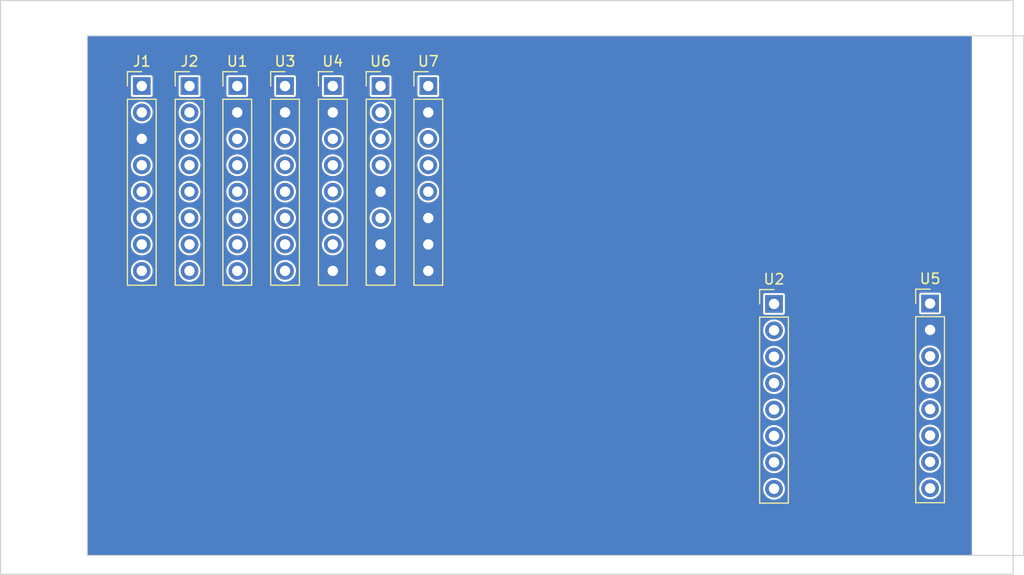
<source format=kicad_pcb>
(kicad_pcb (version 20241229) (generator "pcbnew") (generator_version "9.0")
  (layers (0 "F.Cu" signal) (2 "B.Cu" signal) (13 "F.Paste" user) (15 "B.Paste" user) (5 "F.SilkS" user "F.Silkscreen") (7 "B.SilkS" user "B.Silkscreen") (1 "F.Mask" user) (3 "B.Mask" user) (25 "Edge.Cuts" user))
  (net 0 "")
  (net 1 "+5V_SYS")
  (net 2 "+3V3_IO")
  (net 3 "GND")
  (net 4 "GPS_RX")
  (net 5 "I2C_SCL")
  (net 6 "I2C_SDA")
  (net 7 "SPI_SCK")
  (net 8 "SPI_MOSI")
  (net 9 "SPI_MISO")
  (net 10 "GPS_TX")
  (net 11 "FZ_GPIO1")
  (net 12 "FZ_GPIO2")
  (net 13 "FZ_GPIO3")
  (net 14 "FZ_GPIO4")
  (net 15 "FZ_GPIO5")
  (net 16 "EN")
  (net 17 "NRF24_IRQ")
  (net 18 "KBD_RST")
  (net 19 "KBD_INT")
  (net 20 "+3V3_RF")
  (net 21 "LORA_BUSY")
  (net 22 "LORA_DIO1")
  (net 23 "LORA_CS")
  (net 24 "CC1101_CS")
  (net 25 "CC1101_GDO0")
  (net 26 "NRF24_CS")
  (net 27 "NRF24_CE")
  (net 28 "+3V3_KBD")
  (net 29 "GPS_PPS")
  (footprint "Connector_PinHeader_2.54mm:PinHeader_1x08_P2.54mm_Vertical" (layer "F.Cu") (at 111 90.8)
    (property "Reference" "U2" (at 0 -2.38 0) (layer "F.SilkS"))
    (property "Value" "DRV2605LDGS")
    (fp_line (start -1.38 -1.38) (end 0 -1.38) (stroke (width 0.12)) (layer "F.SilkS"))
    (fp_line (start -1.38 0) (end -1.38 -1.38) (stroke (width 0.12)) (layer "F.SilkS"))
    (fp_line (start -1.38 1.27) (end -1.38 19.16) (stroke (width 0.12)) (layer "F.SilkS"))
    (fp_line (start -1.38 1.27) (end 1.38 1.27) (stroke (width 0.12)) (layer "F.SilkS"))
    (fp_line (start -1.38 19.16) (end 1.38 19.16) (stroke (width 0.12)) (layer "F.SilkS"))
    (fp_line (start 1.38 1.27) (end 1.38 19.16) (stroke (width 0.12)) (layer "F.SilkS"))
    (pad "1" thru_hole rect (at 0 0) (size 1.7 1.7) (drill 1) (layers "*.Cu" "*.Mask") (net 17 "NRF24_IRQ"))
    (pad "2" thru_hole circle (at 0 2.54) (size 1.7 1.7) (drill 1) (layers "*.Cu" "*.Mask") (net 18 "KBD_RST"))
    (pad "3" thru_hole circle (at 0 5.08) (size 1.7 1.7) (drill 1) (layers "*.Cu" "*.Mask") (net 19 "KBD_INT"))
    (pad "4" thru_hole circle (at 0 7.62) (size 1.7 1.7) (drill 1) (layers "*.Cu" "*.Mask") (net 11 "FZ_GPIO1"))
    (pad "5" thru_hole circle (at 0 10.16) (size 1.7 1.7) (drill 1) (layers "*.Cu" "*.Mask") (net 12 "FZ_GPIO2"))
    (pad "6" thru_hole circle (at 0 12.7) (size 1.7 1.7) (drill 1) (layers "*.Cu" "*.Mask") (net 13 "FZ_GPIO3"))
    (pad "7" thru_hole circle (at 0 15.24) (size 1.7 1.7) (drill 1) (layers "*.Cu" "*.Mask") (net 14 "FZ_GPIO4"))
    (pad "8" thru_hole circle (at 0 17.78) (size 1.7 1.7) (drill 1) (layers "*.Cu" "*.Mask") (net 15 "FZ_GPIO5"))
  )
  (footprint "Connector_PinHeader_2.54mm:PinHeader_1x08_P2.54mm_Vertical" (layer "F.Cu") (at 59.41 69.84)
    (property "Reference" "U1" (at 0 -2.38 0) (layer "F.SilkS"))
    (property "Value" "Conn_01x05")
    (fp_line (start -1.38 -1.38) (end 0 -1.38) (stroke (width 0.12)) (layer "F.SilkS"))
    (fp_line (start -1.38 0) (end -1.38 -1.38) (stroke (width 0.12)) (layer "F.SilkS"))
    (fp_line (start -1.38 1.27) (end -1.38 19.16) (stroke (width 0.12)) (layer "F.SilkS"))
    (fp_line (start -1.38 1.27) (end 1.38 1.27) (stroke (width 0.12)) (layer "F.SilkS"))
    (fp_line (start -1.38 19.16) (end 1.38 19.16) (stroke (width 0.12)) (layer "F.SilkS"))
    (fp_line (start 1.38 1.27) (end 1.38 19.16) (stroke (width 0.12)) (layer "F.SilkS"))
    (pad "1" thru_hole rect (at 0 0) (size 1.7 1.7) (drill 1) (layers "*.Cu" "*.Mask") (net 1 "+5V_SYS"))
    (pad "2" thru_hole circle (at 0 2.54) (size 1.7 1.7) (drill 1) (layers "*.Cu" "*.Mask") (net 3 "GND"))
    (pad "3" thru_hole circle (at 0 5.08) (size 1.7 1.7) (drill 1) (layers "*.Cu" "*.Mask") (net 16 "EN"))
    (pad "4" thru_hole circle (at 0 7.62) (size 1.7 1.7) (drill 1) (layers "*.Cu" "*.Mask") (net 7 "SPI_SCK"))
    (pad "5" thru_hole circle (at 0 10.16) (size 1.7 1.7) (drill 1) (layers "*.Cu" "*.Mask") (net 8 "SPI_MOSI"))
    (pad "6" thru_hole circle (at 0 12.7) (size 1.7 1.7) (drill 1) (layers "*.Cu" "*.Mask"))
    (pad "7" thru_hole circle (at 0 15.24) (size 1.7 1.7) (drill 1) (layers "*.Cu" "*.Mask"))
    (pad "8" thru_hole circle (at 0 17.78) (size 1.7 1.7) (drill 1) (layers "*.Cu" "*.Mask"))
  )
  (footprint "Connector_PinHeader_2.54mm:PinHeader_1x08_P2.54mm_Vertical" (layer "F.Cu") (at 77.77 69.84)
    (property "Reference" "U7" (at 0 -2.38 0) (layer "F.SilkS"))
    (property "Value" "Conn_01x08_Shielded")
    (fp_line (start -1.38 -1.38) (end 0 -1.38) (stroke (width 0.12)) (layer "F.SilkS"))
    (fp_line (start -1.38 0) (end -1.38 -1.38) (stroke (width 0.12)) (layer "F.SilkS"))
    (fp_line (start -1.38 1.27) (end -1.38 19.16) (stroke (width 0.12)) (layer "F.SilkS"))
    (fp_line (start -1.38 1.27) (end 1.38 1.27) (stroke (width 0.12)) (layer "F.SilkS"))
    (fp_line (start -1.38 19.16) (end 1.38 19.16) (stroke (width 0.12)) (layer "F.SilkS"))
    (fp_line (start 1.38 1.27) (end 1.38 19.16) (stroke (width 0.12)) (layer "F.SilkS"))
    (pad "1" thru_hole rect (at 0 0) (size 1.7 1.7) (drill 1) (layers "*.Cu" "*.Mask") (net 2 "+3V3_IO"))
    (pad "2" thru_hole circle (at 0 2.54) (size 1.7 1.7) (drill 1) (layers "*.Cu" "*.Mask") (net 3 "GND"))
    (pad "3" thru_hole circle (at 0 5.08) (size 1.7 1.7) (drill 1) (layers "*.Cu" "*.Mask") (net 4 "GPS_RX"))
    (pad "4" thru_hole circle (at 0 7.62) (size 1.7 1.7) (drill 1) (layers "*.Cu" "*.Mask") (net 10 "GPS_TX"))
    (pad "5" thru_hole circle (at 0 10.16) (size 1.7 1.7) (drill 1) (layers "*.Cu" "*.Mask") (net 29 "GPS_PPS"))
    (pad "6" thru_hole circle (at 0 12.7) (size 1.7 1.7) (drill 1) (layers "*.Cu" "*.Mask") (net 3 "GND"))
    (pad "7" thru_hole circle (at 0 15.24) (size 1.7 1.7) (drill 1) (layers "*.Cu" "*.Mask") (net 3 "GND"))
    (pad "8" thru_hole circle (at 0 17.78) (size 1.7 1.7) (drill 1) (layers "*.Cu" "*.Mask") (net 3 "GND"))
  )
  (footprint "Connector_PinHeader_2.54mm:PinHeader_1x08_P2.54mm_Vertical" (layer "F.Cu") (at 64 69.84)
    (property "Reference" "U3" (at 0 -2.38 0) (layer "F.SilkS"))
    (property "Value" "PAL24")
    (fp_line (start -1.38 -1.38) (end 0 -1.38) (stroke (width 0.12)) (layer "F.SilkS"))
    (fp_line (start -1.38 0) (end -1.38 -1.38) (stroke (width 0.12)) (layer "F.SilkS"))
    (fp_line (start -1.38 1.27) (end -1.38 19.16) (stroke (width 0.12)) (layer "F.SilkS"))
    (fp_line (start -1.38 1.27) (end 1.38 1.27) (stroke (width 0.12)) (layer "F.SilkS"))
    (fp_line (start -1.38 19.16) (end 1.38 19.16) (stroke (width 0.12)) (layer "F.SilkS"))
    (fp_line (start 1.38 1.27) (end 1.38 19.16) (stroke (width 0.12)) (layer "F.SilkS"))
    (pad "1" thru_hole rect (at 0 0) (size 1.7 1.7) (drill 1) (layers "*.Cu" "*.Mask") (net 20 "+3V3_RF"))
    (pad "2" thru_hole circle (at 0 2.54) (size 1.7 1.7) (drill 1) (layers "*.Cu" "*.Mask") (net 3 "GND"))
    (pad "3" thru_hole circle (at 0 5.08) (size 1.7 1.7) (drill 1) (layers "*.Cu" "*.Mask") (net 16 "EN"))
    (pad "4" thru_hole circle (at 0 7.62) (size 1.7 1.7) (drill 1) (layers "*.Cu" "*.Mask") (net 21 "LORA_BUSY"))
    (pad "5" thru_hole circle (at 0 10.16) (size 1.7 1.7) (drill 1) (layers "*.Cu" "*.Mask") (net 22 "LORA_DIO1"))
    (pad "6" thru_hole circle (at 0 12.7) (size 1.7 1.7) (drill 1) (layers "*.Cu" "*.Mask") (net 23 "LORA_CS"))
    (pad "7" thru_hole circle (at 0 15.24) (size 1.7 1.7) (drill 1) (layers "*.Cu" "*.Mask") (net 7 "SPI_SCK"))
    (pad "8" thru_hole circle (at 0 17.78) (size 1.7 1.7) (drill 1) (layers "*.Cu" "*.Mask") (net 8 "SPI_MOSI"))
  )
  (footprint "Connector_PinHeader_2.54mm:PinHeader_1x08_P2.54mm_Vertical" (layer "F.Cu") (at 73.18 69.84)
    (property "Reference" "U6" (at 0 -2.38 0) (layer "F.SilkS"))
    (property "Value" "Conn_02x04_Odd_Even_Shielded")
    (fp_line (start -1.38 -1.38) (end 0 -1.38) (stroke (width 0.12)) (layer "F.SilkS"))
    (fp_line (start -1.38 0) (end -1.38 -1.38) (stroke (width 0.12)) (layer "F.SilkS"))
    (fp_line (start -1.38 1.27) (end -1.38 19.16) (stroke (width 0.12)) (layer "F.SilkS"))
    (fp_line (start -1.38 1.27) (end 1.38 1.27) (stroke (width 0.12)) (layer "F.SilkS"))
    (fp_line (start -1.38 19.16) (end 1.38 19.16) (stroke (width 0.12)) (layer "F.SilkS"))
    (fp_line (start 1.38 1.27) (end 1.38 19.16) (stroke (width 0.12)) (layer "F.SilkS"))
    (pad "1" thru_hole rect (at 0 0) (size 1.7 1.7) (drill 1) (layers "*.Cu" "*.Mask") (net 19 "KBD_INT"))
    (pad "2" thru_hole circle (at 0 2.54) (size 1.7 1.7) (drill 1) (layers "*.Cu" "*.Mask") (net 5 "I2C_SCL"))
    (pad "3" thru_hole circle (at 0 5.08) (size 1.7 1.7) (drill 1) (layers "*.Cu" "*.Mask") (net 6 "I2C_SDA"))
    (pad "4" thru_hole circle (at 0 7.62) (size 1.7 1.7) (drill 1) (layers "*.Cu" "*.Mask") (net 18 "KBD_RST"))
    (pad "5" thru_hole circle (at 0 10.16) (size 1.7 1.7) (drill 1) (layers "*.Cu" "*.Mask") (net 3 "GND"))
    (pad "6" thru_hole circle (at 0 12.7) (size 1.7 1.7) (drill 1) (layers "*.Cu" "*.Mask") (net 28 "+3V3_KBD"))
    (pad "7" thru_hole circle (at 0 15.24) (size 1.7 1.7) (drill 1) (layers "*.Cu" "*.Mask") (net 3 "GND"))
    (pad "8" thru_hole circle (at 0 17.78) (size 1.7 1.7) (drill 1) (layers "*.Cu" "*.Mask") (net 3 "GND"))
  )
  (footprint "Connector_PinHeader_2.54mm:PinHeader_1x08_P2.54mm_Vertical" (layer "F.Cu") (at 50.23 69.84)
    (property "Reference" "J1" (at 0 -2.38 0) (layer "F.SilkS"))
    (property "Value" "Conn_02x09_Odd_Even")
    (fp_line (start -1.38 -1.38) (end 0 -1.38) (stroke (width 0.12)) (layer "F.SilkS"))
    (fp_line (start -1.38 0) (end -1.38 -1.38) (stroke (width 0.12)) (layer "F.SilkS"))
    (fp_line (start -1.38 1.27) (end -1.38 19.16) (stroke (width 0.12)) (layer "F.SilkS"))
    (fp_line (start -1.38 1.27) (end 1.38 1.27) (stroke (width 0.12)) (layer "F.SilkS"))
    (fp_line (start -1.38 19.16) (end 1.38 19.16) (stroke (width 0.12)) (layer "F.SilkS"))
    (fp_line (start 1.38 1.27) (end 1.38 19.16) (stroke (width 0.12)) (layer "F.SilkS"))
    (pad "1" thru_hole rect (at 0 0) (size 1.7 1.7) (drill 1) (layers "*.Cu" "*.Mask") (net 1 "+5V_SYS"))
    (pad "2" thru_hole circle (at 0 2.54) (size 1.7 1.7) (drill 1) (layers "*.Cu" "*.Mask") (net 2 "+3V3_IO"))
    (pad "3" thru_hole circle (at 0 5.08) (size 1.7 1.7) (drill 1) (layers "*.Cu" "*.Mask") (net 3 "GND"))
    (pad "4" thru_hole circle (at 0 7.62) (size 1.7 1.7) (drill 1) (layers "*.Cu" "*.Mask") (net 4 "GPS_RX"))
    (pad "5" thru_hole circle (at 0 10.16) (size 1.7 1.7) (drill 1) (layers "*.Cu" "*.Mask") (net 5 "I2C_SCL"))
    (pad "6" thru_hole circle (at 0 12.7) (size 1.7 1.7) (drill 1) (layers "*.Cu" "*.Mask") (net 6 "I2C_SDA"))
    (pad "7" thru_hole circle (at 0 15.24) (size 1.7 1.7) (drill 1) (layers "*.Cu" "*.Mask") (net 7 "SPI_SCK"))
    (pad "8" thru_hole circle (at 0 17.78) (size 1.7 1.7) (drill 1) (layers "*.Cu" "*.Mask") (net 8 "SPI_MOSI"))
  )
  (footprint "Connector_PinHeader_2.54mm:PinHeader_1x08_P2.54mm_Vertical" (layer "F.Cu") (at 54.82 69.84)
    (property "Reference" "J2" (at 0 -2.38 0) (layer "F.SilkS"))
    (property "Value" "Conn_02x18_Odd_Even")
    (fp_line (start -1.38 -1.38) (end 0 -1.38) (stroke (width 0.12)) (layer "F.SilkS"))
    (fp_line (start -1.38 0) (end -1.38 -1.38) (stroke (width 0.12)) (layer "F.SilkS"))
    (fp_line (start -1.38 1.27) (end -1.38 19.16) (stroke (width 0.12)) (layer "F.SilkS"))
    (fp_line (start -1.38 1.27) (end 1.38 1.27) (stroke (width 0.12)) (layer "F.SilkS"))
    (fp_line (start -1.38 19.16) (end 1.38 19.16) (stroke (width 0.12)) (layer "F.SilkS"))
    (fp_line (start 1.38 1.27) (end 1.38 19.16) (stroke (width 0.12)) (layer "F.SilkS"))
    (pad "1" thru_hole rect (at 0 0) (size 1.7 1.7) (drill 1) (layers "*.Cu" "*.Mask") (net 9 "SPI_MISO"))
    (pad "2" thru_hole circle (at 0 2.54) (size 1.7 1.7) (drill 1) (layers "*.Cu" "*.Mask") (net 10 "GPS_TX"))
    (pad "3" thru_hole circle (at 0 5.08) (size 1.7 1.7) (drill 1) (layers "*.Cu" "*.Mask") (net 11 "FZ_GPIO1"))
    (pad "4" thru_hole circle (at 0 7.62) (size 1.7 1.7) (drill 1) (layers "*.Cu" "*.Mask") (net 12 "FZ_GPIO2"))
    (pad "5" thru_hole circle (at 0 10.16) (size 1.7 1.7) (drill 1) (layers "*.Cu" "*.Mask") (net 13 "FZ_GPIO3"))
    (pad "6" thru_hole circle (at 0 12.7) (size 1.7 1.7) (drill 1) (layers "*.Cu" "*.Mask") (net 14 "FZ_GPIO4"))
    (pad "7" thru_hole circle (at 0 15.24) (size 1.7 1.7) (drill 1) (layers "*.Cu" "*.Mask") (net 15 "FZ_GPIO5"))
    (pad "8" thru_hole circle (at 0 17.78) (size 1.7 1.7) (drill 1) (layers "*.Cu" "*.Mask") (net 16 "EN"))
  )
  (footprint "Connector_PinHeader_2.54mm:PinHeader_1x08_P2.54mm_Vertical" (layer "F.Cu") (at 68.59 69.84)
    (property "Reference" "U4" (at 0 -2.38 0) (layer "F.SilkS"))
    (property "Value" "Q_Triac")
    (fp_line (start -1.38 -1.38) (end 0 -1.38) (stroke (width 0.12)) (layer "F.SilkS"))
    (fp_line (start -1.38 0) (end -1.38 -1.38) (stroke (width 0.12)) (layer "F.SilkS"))
    (fp_line (start -1.38 1.27) (end -1.38 19.16) (stroke (width 0.12)) (layer "F.SilkS"))
    (fp_line (start -1.38 1.27) (end 1.38 1.27) (stroke (width 0.12)) (layer "F.SilkS"))
    (fp_line (start -1.38 19.16) (end 1.38 19.16) (stroke (width 0.12)) (layer "F.SilkS"))
    (fp_line (start 1.38 1.27) (end 1.38 19.16) (stroke (width 0.12)) (layer "F.SilkS"))
    (pad "1" thru_hole rect (at 0 0) (size 1.7 1.7) (drill 1) (layers "*.Cu" "*.Mask") (net 20 "+3V3_RF"))
    (pad "2" thru_hole circle (at 0 2.54) (size 1.7 1.7) (drill 1) (layers "*.Cu" "*.Mask") (net 3 "GND"))
    (pad "3" thru_hole circle (at 0 5.08) (size 1.7 1.7) (drill 1) (layers "*.Cu" "*.Mask") (net 24 "CC1101_CS"))
    (pad "4" thru_hole circle (at 0 7.62) (size 1.7 1.7) (drill 1) (layers "*.Cu" "*.Mask") (net 7 "SPI_SCK"))
    (pad "5" thru_hole circle (at 0 10.16) (size 1.7 1.7) (drill 1) (layers "*.Cu" "*.Mask") (net 8 "SPI_MOSI"))
    (pad "6" thru_hole circle (at 0 12.7) (size 1.7 1.7) (drill 1) (layers "*.Cu" "*.Mask") (net 9 "SPI_MISO"))
    (pad "7" thru_hole circle (at 0 15.24) (size 1.7 1.7) (drill 1) (layers "*.Cu" "*.Mask") (net 25 "CC1101_GDO0"))
    (pad "8" thru_hole circle (at 0 17.78) (size 1.7 1.7) (drill 1) (layers "*.Cu" "*.Mask") (net 3 "GND"))
  )
  (footprint "Connector_PinHeader_2.54mm:PinHeader_1x08_P2.54mm_Vertical" (layer "F.Cu") (at 126 90.76)
    (property "Reference" "U5" (at 0 -2.38 0) (layer "F.SilkS"))
    (property "Value" "SX1276")
    (fp_line (start -1.38 -1.38) (end 0 -1.38) (stroke (width 0.12)) (layer "F.SilkS"))
    (fp_line (start -1.38 0) (end -1.38 -1.38) (stroke (width 0.12)) (layer "F.SilkS"))
    (fp_line (start -1.38 1.27) (end -1.38 19.16) (stroke (width 0.12)) (layer "F.SilkS"))
    (fp_line (start -1.38 1.27) (end 1.38 1.27) (stroke (width 0.12)) (layer "F.SilkS"))
    (fp_line (start -1.38 19.16) (end 1.38 19.16) (stroke (width 0.12)) (layer "F.SilkS"))
    (fp_line (start 1.38 1.27) (end 1.38 19.16) (stroke (width 0.12)) (layer "F.SilkS"))
    (pad "1" thru_hole rect (at 0 0) (size 1.7 1.7) (drill 1) (layers "*.Cu" "*.Mask") (net 20 "+3V3_RF"))
    (pad "2" thru_hole circle (at 0 2.54) (size 1.7 1.7) (drill 1) (layers "*.Cu" "*.Mask") (net 3 "GND"))
    (pad "3" thru_hole circle (at 0 5.08) (size 1.7 1.7) (drill 1) (layers "*.Cu" "*.Mask") (net 7 "SPI_SCK"))
    (pad "4" thru_hole circle (at 0 7.62) (size 1.7 1.7) (drill 1) (layers "*.Cu" "*.Mask") (net 8 "SPI_MOSI"))
    (pad "5" thru_hole circle (at 0 10.16) (size 1.7 1.7) (drill 1) (layers "*.Cu" "*.Mask") (net 9 "SPI_MISO"))
    (pad "6" thru_hole circle (at 0 12.7) (size 1.7 1.7) (drill 1) (layers "*.Cu" "*.Mask") (net 26 "NRF24_CS"))
    (pad "7" thru_hole circle (at 0 15.24) (size 1.7 1.7) (drill 1) (layers "*.Cu" "*.Mask") (net 27 "NRF24_CE"))
    (pad "8" thru_hole circle (at 0 17.78) (size 1.7 1.7) (drill 1) (layers "*.Cu" "*.Mask") (net 17 "NRF24_IRQ"))
  )
  (gr_line (start 133.982143 61.61175) (end 133.982143 116.80825) (stroke (width 0.1)) (layer "Edge.Cuts"))
  (gr_line (start 135 115) (end 45 115) (stroke (width 0.1)) (layer "Edge.Cuts"))
  (gr_line (start 45 115) (end 45 65) (stroke (width 0.1)) (layer "Edge.Cuts"))
  (gr_line (start 36.652618 116.80825) (end 36.652618 61.61175) (stroke (width 0.1)) (layer "Edge.Cuts"))
  (gr_line (start 133.982143 116.80825) (end 36.652618 116.80825) (stroke (width 0.1)) (layer "Edge.Cuts"))
  (gr_line (start 36.652618 61.61175) (end 133.982143 61.61175) (stroke (width 0.1)) (layer "Edge.Cuts"))
  (gr_line (start 135 65) (end 135 115) (stroke (width 0.1)) (layer "Edge.Cuts"))
  (gr_line (start 45 65) (end 135 65) (stroke (width 0.1)) (layer "Edge.Cuts"))
  (zone (net 3) (net_name "GND") (layer "B.Cu") (connect_pads yes (clearance 0.2)) (min_thickness 0.25) (fill yes (thermal_gap 0.2) (thermal_bridge_width 0.3))
    (polygon (pts (xy 45 65) (xy 130 65) (xy 130 115) (xy 45 115)))
  )
  (zone (net 3) (net_name "GND") (layer "B.Cu") (connect_pads yes (clearance 0.2)) (min_thickness 0.25) (fill yes (thermal_gap 0.2) (thermal_bridge_width 0.3))
    (polygon (pts (xy 45 65) (xy 130 65) (xy 130 115) (xy 45 115)))
  )
)
</source>
